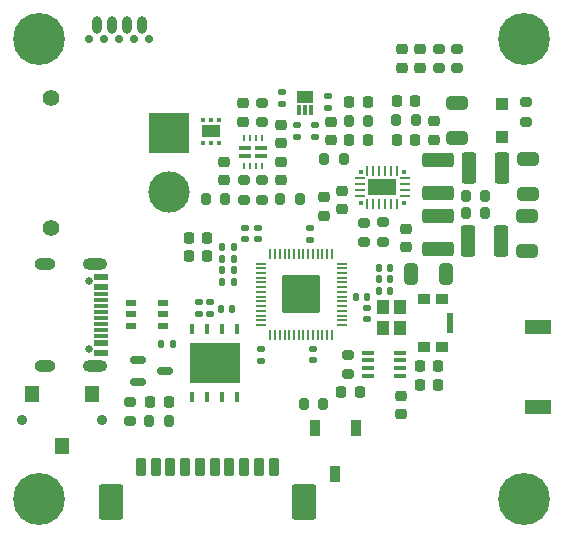
<source format=gbr>
%TF.GenerationSoftware,KiCad,Pcbnew,7.0.2*%
%TF.CreationDate,2023-10-17T14:13:16-04:00*%
%TF.ProjectId,BITSv5,42495453-7635-42e6-9b69-6361645f7063,rev?*%
%TF.SameCoordinates,Original*%
%TF.FileFunction,Soldermask,Top*%
%TF.FilePolarity,Negative*%
%FSLAX46Y46*%
G04 Gerber Fmt 4.6, Leading zero omitted, Abs format (unit mm)*
G04 Created by KiCad (PCBNEW 7.0.2) date 2023-10-17 14:13:16*
%MOMM*%
%LPD*%
G01*
G04 APERTURE LIST*
G04 Aperture macros list*
%AMRoundRect*
0 Rectangle with rounded corners*
0 $1 Rounding radius*
0 $2 $3 $4 $5 $6 $7 $8 $9 X,Y pos of 4 corners*
0 Add a 4 corners polygon primitive as box body*
4,1,4,$2,$3,$4,$5,$6,$7,$8,$9,$2,$3,0*
0 Add four circle primitives for the rounded corners*
1,1,$1+$1,$2,$3*
1,1,$1+$1,$4,$5*
1,1,$1+$1,$6,$7*
1,1,$1+$1,$8,$9*
0 Add four rect primitives between the rounded corners*
20,1,$1+$1,$2,$3,$4,$5,0*
20,1,$1+$1,$4,$5,$6,$7,0*
20,1,$1+$1,$6,$7,$8,$9,0*
20,1,$1+$1,$8,$9,$2,$3,0*%
G04 Aperture macros list end*
%ADD10R,0.972299X0.558000*%
%ADD11R,0.979300X0.431800*%
%ADD12RoundRect,0.135000X-0.185000X0.135000X-0.185000X-0.135000X0.185000X-0.135000X0.185000X0.135000X0*%
%ADD13RoundRect,0.225000X-0.250000X0.225000X-0.250000X-0.225000X0.250000X-0.225000X0.250000X0.225000X0*%
%ADD14RoundRect,0.135000X0.185000X-0.135000X0.185000X0.135000X-0.185000X0.135000X-0.185000X-0.135000X0*%
%ADD15RoundRect,0.140000X0.140000X0.170000X-0.140000X0.170000X-0.140000X-0.170000X0.140000X-0.170000X0*%
%ADD16C,0.889000*%
%ADD17R,1.193800X1.397000*%
%ADD18RoundRect,0.225000X-0.225000X-0.250000X0.225000X-0.250000X0.225000X0.250000X-0.225000X0.250000X0*%
%ADD19RoundRect,0.250000X1.075000X-0.375000X1.075000X0.375000X-1.075000X0.375000X-1.075000X-0.375000X0*%
%ADD20RoundRect,0.050000X0.050000X-0.387500X0.050000X0.387500X-0.050000X0.387500X-0.050000X-0.387500X0*%
%ADD21RoundRect,0.050000X0.387500X-0.050000X0.387500X0.050000X-0.387500X0.050000X-0.387500X-0.050000X0*%
%ADD22RoundRect,0.144000X1.456000X-1.456000X1.456000X1.456000X-1.456000X1.456000X-1.456000X-1.456000X0*%
%ADD23RoundRect,0.200000X0.275000X-0.200000X0.275000X0.200000X-0.275000X0.200000X-0.275000X-0.200000X0*%
%ADD24RoundRect,0.140000X0.170000X-0.140000X0.170000X0.140000X-0.170000X0.140000X-0.170000X-0.140000X0*%
%ADD25C,4.400000*%
%ADD26RoundRect,0.225000X0.250000X-0.225000X0.250000X0.225000X-0.250000X0.225000X-0.250000X-0.225000X0*%
%ADD27C,0.650000*%
%ADD28R,1.150000X0.600000*%
%ADD29R,1.150000X0.300000*%
%ADD30O,2.100000X1.000000*%
%ADD31O,1.800000X1.000000*%
%ADD32RoundRect,0.200000X0.200000X0.275000X-0.200000X0.275000X-0.200000X-0.275000X0.200000X-0.275000X0*%
%ADD33RoundRect,0.250000X-1.075000X0.375000X-1.075000X-0.375000X1.075000X-0.375000X1.075000X0.375000X0*%
%ADD34RoundRect,0.250000X0.650000X-0.325000X0.650000X0.325000X-0.650000X0.325000X-0.650000X-0.325000X0*%
%ADD35RoundRect,0.150000X-0.512500X-0.150000X0.512500X-0.150000X0.512500X0.150000X-0.512500X0.150000X0*%
%ADD36R,0.200000X0.599999*%
%ADD37R,1.050000X0.399999*%
%ADD38RoundRect,0.140000X-0.170000X0.140000X-0.170000X-0.140000X0.170000X-0.140000X0.170000X0.140000X0*%
%ADD39C,0.700000*%
%ADD40O,0.800000X1.500000*%
%ADD41RoundRect,0.225000X0.225000X0.250000X-0.225000X0.250000X-0.225000X-0.250000X0.225000X-0.250000X0*%
%ADD42RoundRect,0.200000X-0.200000X-0.600000X0.200000X-0.600000X0.200000X0.600000X-0.200000X0.600000X0*%
%ADD43RoundRect,0.250001X-0.799999X-1.249999X0.799999X-1.249999X0.799999X1.249999X-0.799999X1.249999X0*%
%ADD44R,1.000000X0.900000*%
%ADD45R,0.550000X1.700000*%
%ADD46R,0.811200X1.406398*%
%ADD47RoundRect,0.250000X-0.650000X0.325000X-0.650000X-0.325000X0.650000X-0.325000X0.650000X0.325000X0*%
%ADD48RoundRect,0.140000X-0.140000X-0.170000X0.140000X-0.170000X0.140000X0.170000X-0.140000X0.170000X0*%
%ADD49R,1.000000X1.150000*%
%ADD50RoundRect,0.200000X-0.200000X-0.275000X0.200000X-0.275000X0.200000X0.275000X-0.200000X0.275000X0*%
%ADD51C,1.400000*%
%ADD52R,3.500000X3.500000*%
%ADD53C,3.500000*%
%ADD54RoundRect,0.250000X0.375000X1.075000X-0.375000X1.075000X-0.375000X-1.075000X0.375000X-1.075000X0*%
%ADD55R,0.300000X0.804800*%
%ADD56R,1.400000X1.050000*%
%ADD57RoundRect,0.250000X0.325000X0.650000X-0.325000X0.650000X-0.325000X-0.650000X0.325000X-0.650000X0*%
%ADD58RoundRect,0.135000X-0.135000X-0.185000X0.135000X-0.185000X0.135000X0.185000X-0.135000X0.185000X0*%
%ADD59R,0.229400X0.807999*%
%ADD60R,0.807999X0.229400*%
%ADD61R,2.387600X1.397000*%
%ADD62R,0.381000X0.381000*%
%ADD63RoundRect,0.218750X0.218750X0.256250X-0.218750X0.256250X-0.218750X-0.256250X0.218750X-0.256250X0*%
%ADD64R,2.235200X1.168400*%
%ADD65RoundRect,0.250000X-0.300000X0.300000X-0.300000X-0.300000X0.300000X-0.300000X0.300000X0.300000X0*%
%ADD66RoundRect,0.200000X-0.275000X0.200000X-0.275000X-0.200000X0.275000X-0.200000X0.275000X0.200000X0*%
%ADD67R,0.431800X0.965200*%
%ADD68R,4.343400X3.454400*%
%ADD69R,0.299999X0.449999*%
%ADD70R,1.599999X1.000000*%
G04 APERTURE END LIST*
D10*
%TO.C,U10*%
X118707551Y-69498103D03*
X118707551Y-68548102D03*
X118707551Y-67598101D03*
X115982649Y-67598101D03*
X115982649Y-68548102D03*
X115982649Y-69498103D03*
%TD*%
D11*
%TO.C,U7*%
X138765948Y-73749999D03*
X138765948Y-73100001D03*
X138765948Y-72449999D03*
X138765948Y-71800001D03*
X136034052Y-71800001D03*
X136034052Y-72449999D03*
X136034052Y-73100001D03*
X136034052Y-73749999D03*
%TD*%
D12*
%TO.C,R20*%
X128775000Y-49735000D03*
X128775000Y-50755000D03*
%TD*%
D13*
%TO.C,C35*%
X128705000Y-57160000D03*
X128705000Y-55610000D03*
%TD*%
D14*
%TO.C,R18*%
X131595000Y-53555000D03*
X131595000Y-52535000D03*
%TD*%
D15*
%TO.C,C1*%
X124670000Y-63825600D03*
X123710000Y-63825600D03*
%TD*%
D13*
%TO.C,C25*%
X139253000Y-61331899D03*
X139253000Y-62881899D03*
%TD*%
D16*
%TO.C,SW3*%
X113560098Y-77455002D03*
X106760102Y-77455002D03*
D17*
X112700100Y-75255001D03*
X110160100Y-79655000D03*
X107620100Y-75255001D03*
%TD*%
D18*
%TO.C,C42*%
X140425000Y-74525000D03*
X141975000Y-74525000D03*
%TD*%
D19*
%TO.C,L1*%
X141943000Y-63036899D03*
X141943000Y-60236899D03*
%TD*%
D20*
%TO.C,U1*%
X127780000Y-70285600D03*
X128180000Y-70285600D03*
X128580000Y-70285600D03*
X128980000Y-70285600D03*
X129380000Y-70285600D03*
X129780000Y-70285600D03*
X130180000Y-70285600D03*
X130580000Y-70285600D03*
X130980000Y-70285600D03*
X131380000Y-70285600D03*
X131780000Y-70285600D03*
X132180000Y-70285600D03*
X132580000Y-70285600D03*
X132980000Y-70285600D03*
D21*
X133817500Y-69448100D03*
X133817500Y-69048100D03*
X133817500Y-68648100D03*
X133817500Y-68248100D03*
X133817500Y-67848100D03*
X133817500Y-67448100D03*
X133817500Y-67048100D03*
X133817500Y-66648100D03*
X133817500Y-66248100D03*
X133817500Y-65848100D03*
X133817500Y-65448100D03*
X133817500Y-65048100D03*
X133817500Y-64648100D03*
X133817500Y-64248100D03*
D20*
X132980000Y-63410600D03*
X132580000Y-63410600D03*
X132180000Y-63410600D03*
X131780000Y-63410600D03*
X131380000Y-63410600D03*
X130980000Y-63410600D03*
X130580000Y-63410600D03*
X130180000Y-63410600D03*
X129780000Y-63410600D03*
X129380000Y-63410600D03*
X128980000Y-63410600D03*
X128580000Y-63410600D03*
X128180000Y-63410600D03*
X127780000Y-63410600D03*
D21*
X126942500Y-64248100D03*
X126942500Y-64648100D03*
X126942500Y-65048100D03*
X126942500Y-65448100D03*
X126942500Y-65848100D03*
X126942500Y-66248100D03*
X126942500Y-66648100D03*
X126942500Y-67048100D03*
X126942500Y-67448100D03*
X126942500Y-67848100D03*
X126942500Y-68248100D03*
X126942500Y-68648100D03*
X126942500Y-69048100D03*
X126942500Y-69448100D03*
D22*
X130380000Y-66848100D03*
%TD*%
D23*
%TO.C,R24*%
X143575000Y-47725000D03*
X143575000Y-46075000D03*
%TD*%
D14*
%TO.C,R19*%
X132655000Y-51045000D03*
X132655000Y-50025000D03*
%TD*%
D24*
%TO.C,C37*%
X129995000Y-53515000D03*
X129995000Y-52555000D03*
%TD*%
D15*
%TO.C,R5*%
X135980000Y-67065600D03*
X135020000Y-67065600D03*
%TD*%
D25*
%TO.C,H2*%
X108225000Y-84200000D03*
%TD*%
D18*
%TO.C,C43*%
X140450000Y-72900000D03*
X142000000Y-72900000D03*
%TD*%
D26*
%TO.C,C36*%
X128705000Y-52510000D03*
X128705000Y-54060000D03*
%TD*%
D23*
%TO.C,R17*%
X127055000Y-50635000D03*
X127055000Y-52285000D03*
%TD*%
D13*
%TO.C,C21*%
X132893000Y-52261899D03*
X132893000Y-53811899D03*
%TD*%
D23*
%TO.C,R33*%
X135683000Y-62426899D03*
X135683000Y-60776899D03*
%TD*%
D27*
%TO.C,J2*%
X112400100Y-65708102D03*
X112400100Y-71488102D03*
D28*
X113475100Y-65398102D03*
X113475100Y-66198102D03*
D29*
X113475100Y-67348102D03*
X113475100Y-68348102D03*
X113475100Y-68848102D03*
X113475100Y-69848102D03*
D28*
X113475100Y-70998102D03*
X113475100Y-71798102D03*
X113475100Y-71798102D03*
X113475100Y-70998102D03*
D29*
X113475100Y-70348102D03*
X113475100Y-69348102D03*
X113475100Y-67848102D03*
X113475100Y-66848102D03*
D28*
X113475100Y-66198102D03*
X113475100Y-65398102D03*
D30*
X112900100Y-64278102D03*
D31*
X108720100Y-64278102D03*
D30*
X112900100Y-72918102D03*
D31*
X108720100Y-72918102D03*
%TD*%
D32*
%TO.C,R34*%
X132348000Y-55406899D03*
X133998000Y-55406899D03*
%TD*%
D33*
%TO.C,L2*%
X141933000Y-55476899D03*
X141933000Y-58276899D03*
%TD*%
D24*
%TO.C,C9*%
X131130000Y-62235600D03*
X131130000Y-61275600D03*
%TD*%
D34*
%TO.C,C20*%
X143573000Y-53606899D03*
X143573000Y-50656899D03*
%TD*%
D35*
%TO.C,Q1*%
X116570000Y-72400000D03*
X116570000Y-74300000D03*
X118845000Y-73350000D03*
%TD*%
D34*
%TO.C,C28*%
X149575000Y-58325000D03*
X149575000Y-55375000D03*
%TD*%
D26*
%TO.C,C39*%
X140475000Y-47675000D03*
X140475000Y-46125000D03*
%TD*%
D36*
%TO.C,U6*%
X125529999Y-53660002D03*
X126030000Y-53660002D03*
X126530000Y-53660002D03*
X127030001Y-53660002D03*
D37*
X126955000Y-54485002D03*
X126955000Y-55185001D03*
D36*
X127030001Y-55960000D03*
X126530000Y-55960000D03*
X126030000Y-55960000D03*
X125529999Y-55960000D03*
D37*
X125605000Y-55185001D03*
X125605000Y-54485002D03*
%TD*%
D38*
%TO.C,C13*%
X135970000Y-68025600D03*
X135970000Y-68985600D03*
%TD*%
D39*
%TO.C,J3*%
X117505000Y-45215000D03*
X116235000Y-45215000D03*
X114965000Y-45215000D03*
X113695000Y-45215000D03*
X112425000Y-45215000D03*
D40*
X113060000Y-44060000D03*
X114330000Y-44060000D03*
X115600000Y-44060000D03*
X116870000Y-44060000D03*
%TD*%
D26*
%TO.C,C33*%
X125430000Y-50685000D03*
X125430000Y-52235000D03*
%TD*%
D41*
%TO.C,C23*%
X136003000Y-53796899D03*
X134453000Y-53796899D03*
%TD*%
D42*
%TO.C,J1*%
X116805000Y-81505000D03*
X118055000Y-81505000D03*
X119305000Y-81505000D03*
X120555000Y-81505000D03*
X121805000Y-81505000D03*
X123055000Y-81505000D03*
X124305000Y-81505000D03*
X125555000Y-81505000D03*
X126805000Y-81505000D03*
X128055000Y-81505000D03*
D43*
X114255000Y-84405000D03*
X130605000Y-84405000D03*
%TD*%
D23*
%TO.C,R14*%
X149450000Y-52250000D03*
X149450000Y-50600000D03*
%TD*%
D38*
%TO.C,C10*%
X131420000Y-71465600D03*
X131420000Y-72425600D03*
%TD*%
D23*
%TO.C,R22*%
X125505000Y-57210000D03*
X125505000Y-58860000D03*
%TD*%
D18*
%TO.C,C26*%
X120875000Y-63575000D03*
X122425000Y-63575000D03*
%TD*%
D32*
%TO.C,R10*%
X145950000Y-58500000D03*
X144300000Y-58500000D03*
%TD*%
D44*
%TO.C,SW1*%
X142350000Y-67225000D03*
X142350000Y-71325000D03*
X140750000Y-67225000D03*
X140750000Y-71325000D03*
D45*
X142975000Y-69275000D03*
%TD*%
D38*
%TO.C,C6*%
X122675000Y-67545000D03*
X122675000Y-68505000D03*
%TD*%
D46*
%TO.C,SW2*%
X135025002Y-78182700D03*
X131524998Y-78182700D03*
X133275000Y-82067300D03*
%TD*%
D32*
%TO.C,R23*%
X122305000Y-58785000D03*
X123955000Y-58785000D03*
%TD*%
D47*
%TO.C,C38*%
X149525000Y-60225000D03*
X149525000Y-63175000D03*
%TD*%
D23*
%TO.C,R15*%
X127105000Y-57210000D03*
X127105000Y-58860000D03*
%TD*%
D48*
%TO.C,C3*%
X136950000Y-64615600D03*
X137910000Y-64615600D03*
%TD*%
D38*
%TO.C,C12*%
X121725000Y-67535600D03*
X121725000Y-68495600D03*
%TD*%
D49*
%TO.C,Y1*%
X137320000Y-67955600D03*
X137320000Y-69705600D03*
X138720000Y-69705600D03*
X138720000Y-67955600D03*
%TD*%
D50*
%TO.C,R32*%
X134403000Y-52196899D03*
X136053000Y-52196899D03*
%TD*%
D13*
%TO.C,C15*%
X132340000Y-58640000D03*
X132340000Y-60190000D03*
%TD*%
D18*
%TO.C,C17*%
X138458000Y-53746899D03*
X140008000Y-53746899D03*
%TD*%
%TO.C,C19*%
X138488000Y-50496899D03*
X140038000Y-50496899D03*
%TD*%
D48*
%TO.C,C11*%
X136950000Y-65595600D03*
X137910000Y-65595600D03*
%TD*%
D51*
%TO.C,BT1*%
X109205100Y-61223102D03*
X109205100Y-50223102D03*
D52*
X119205100Y-53223102D03*
D53*
X119205100Y-58223102D03*
%TD*%
D54*
%TO.C,L4*%
X147325000Y-62375000D03*
X144525000Y-62375000D03*
%TD*%
D23*
%TO.C,R29*%
X137333000Y-62411899D03*
X137333000Y-60761899D03*
%TD*%
D55*
%TO.C,U8*%
X130225001Y-51242401D03*
X130725000Y-51242401D03*
X131224999Y-51242401D03*
D56*
X130725000Y-50115000D03*
%TD*%
D57*
%TO.C,C16*%
X142648000Y-65151899D03*
X139698000Y-65151899D03*
%TD*%
D15*
%TO.C,C2*%
X124670000Y-62815600D03*
X123710000Y-62815600D03*
%TD*%
D58*
%TO.C,R2*%
X123680000Y-65835600D03*
X124700000Y-65835600D03*
%TD*%
D50*
%TO.C,R16*%
X130280000Y-58760000D03*
X128630000Y-58760000D03*
%TD*%
D48*
%TO.C,C14*%
X136950000Y-66595600D03*
X137910000Y-66595600D03*
%TD*%
D59*
%TO.C,U5*%
X135998400Y-59191500D03*
X136498399Y-59191500D03*
X136998400Y-59191500D03*
X137498400Y-59191500D03*
X137998401Y-59191500D03*
X138498400Y-59191500D03*
D60*
X139138300Y-58546901D03*
X139138300Y-58046900D03*
X139138300Y-57546900D03*
X139138300Y-57046899D03*
D59*
X138498400Y-56402300D03*
X137998401Y-56402300D03*
X137498400Y-56402300D03*
X136998400Y-56402300D03*
X136498399Y-56402300D03*
X135998400Y-56402300D03*
D60*
X135358500Y-57046899D03*
X135358500Y-57546900D03*
X135358500Y-58046900D03*
X135358500Y-58546901D03*
D61*
X137248400Y-57796900D03*
D62*
X135445000Y-59105000D03*
X139051800Y-59105000D03*
X139051800Y-56488800D03*
X135445000Y-56488800D03*
%TD*%
D13*
%TO.C,C30*%
X138850000Y-75425000D03*
X138850000Y-76975000D03*
%TD*%
D32*
%TO.C,R4*%
X132250000Y-76125000D03*
X130600000Y-76125000D03*
%TD*%
D41*
%TO.C,C41*%
X135350000Y-75150000D03*
X133800000Y-75150000D03*
%TD*%
D38*
%TO.C,C5*%
X126980000Y-71515600D03*
X126980000Y-72475600D03*
%TD*%
D23*
%TO.C,R21*%
X142025000Y-47725000D03*
X142025000Y-46075000D03*
%TD*%
%TO.C,R12*%
X115917500Y-77615000D03*
X115917500Y-75965000D03*
%TD*%
D32*
%TO.C,R27*%
X140068000Y-52136899D03*
X138418000Y-52136899D03*
%TD*%
D15*
%TO.C,C4*%
X124530000Y-68125600D03*
X123570000Y-68125600D03*
%TD*%
D58*
%TO.C,R1*%
X123680000Y-64835600D03*
X124700000Y-64835600D03*
%TD*%
D24*
%TO.C,C32*%
X126690000Y-62175600D03*
X126690000Y-61215600D03*
%TD*%
D63*
%TO.C,D1*%
X119155000Y-75950000D03*
X117580000Y-75950000D03*
%TD*%
D13*
%TO.C,C34*%
X123880000Y-57185000D03*
X123880000Y-55635000D03*
%TD*%
D32*
%TO.C,R13*%
X145950000Y-59975000D03*
X144300000Y-59975000D03*
%TD*%
D26*
%TO.C,C40*%
X138925000Y-47675000D03*
X138925000Y-46125000D03*
%TD*%
D18*
%TO.C,C27*%
X120875000Y-62050000D03*
X122425000Y-62050000D03*
%TD*%
D41*
%TO.C,C24*%
X136018000Y-50566899D03*
X134468000Y-50566899D03*
%TD*%
D15*
%TO.C,C7*%
X119515000Y-71035000D03*
X118555000Y-71035000D03*
%TD*%
D25*
%TO.C,H3*%
X149225000Y-84200000D03*
%TD*%
%TO.C,H1*%
X108225000Y-45200000D03*
%TD*%
D64*
%TO.C,AE2*%
X150425000Y-76353200D03*
X150425000Y-69596800D03*
%TD*%
D54*
%TO.C,L3*%
X147375000Y-56125000D03*
X144575000Y-56125000D03*
%TD*%
D65*
%TO.C,D2*%
X147425000Y-50750000D03*
X147425000Y-53550000D03*
%TD*%
D13*
%TO.C,C18*%
X141603000Y-52201899D03*
X141603000Y-53751899D03*
%TD*%
D66*
%TO.C,R11*%
X134350000Y-71950000D03*
X134350000Y-73600000D03*
%TD*%
D25*
%TO.C,H4*%
X149225000Y-45200000D03*
%TD*%
D24*
%TO.C,C8*%
X125660000Y-62175600D03*
X125660000Y-61215600D03*
%TD*%
D13*
%TO.C,C22*%
X133870000Y-58080000D03*
X133870000Y-59630000D03*
%TD*%
D32*
%TO.C,R3*%
X119182500Y-77590000D03*
X117532500Y-77590000D03*
%TD*%
D67*
%TO.C,U2*%
X121180000Y-75571000D03*
X122450000Y-75571000D03*
X123720000Y-75571000D03*
X124990000Y-75571000D03*
X124990000Y-69830600D03*
X123720000Y-69830600D03*
X122450000Y-69830600D03*
X121180000Y-69830600D03*
D68*
X123085000Y-72700800D03*
%TD*%
D69*
%TO.C,U9*%
X123400001Y-52055001D03*
X122750000Y-52055001D03*
X122100001Y-52055001D03*
X122100001Y-54004999D03*
X122750000Y-54004999D03*
X123400001Y-54004999D03*
D70*
X122750000Y-53030000D03*
%TD*%
M02*

</source>
